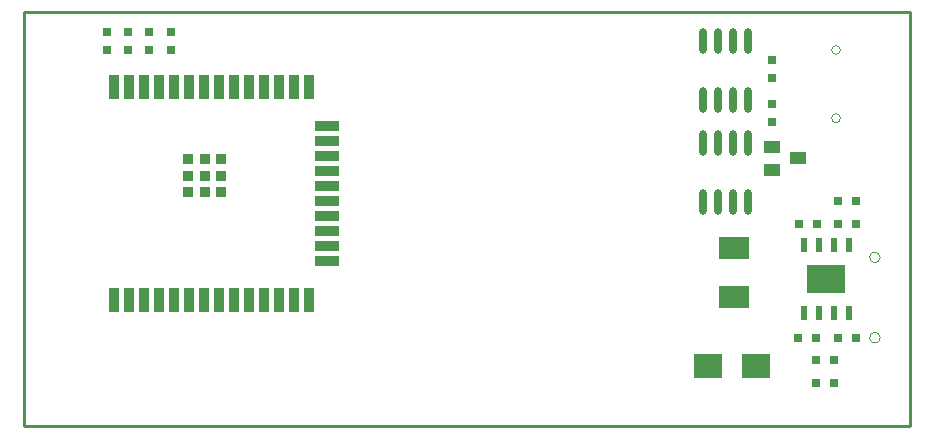
<source format=gbp>
G04*
G04 #@! TF.GenerationSoftware,Altium Limited,Altium Designer,20.0.13 (296)*
G04*
G04 Layer_Color=128*
%FSLAX24Y24*%
%MOIN*%
G70*
G01*
G75*
%ADD11C,0.0100*%
%ADD15C,0.0002*%
%ADD16R,0.0315X0.0299*%
%ADD18R,0.0299X0.0315*%
%ADD26O,0.0236X0.0866*%
%ADD28R,0.0551X0.0394*%
%ADD69R,0.0354X0.0354*%
%ADD70R,0.0374X0.0827*%
%ADD71R,0.0827X0.0374*%
%ADD72R,0.0984X0.0748*%
%ADD73R,0.1299X0.0945*%
%ADD74R,0.0236X0.0472*%
%ADD75R,0.0945X0.0787*%
D11*
X47331Y43678D02*
X47350D01*
X47331D02*
X47331Y29922D01*
X47350Y29900D01*
X17800Y43700D02*
X47328D01*
X17800D02*
X17800Y29900D01*
X47350D01*
D15*
X46348Y35523D02*
G03*
X46348Y35523I-177J0D01*
G01*
Y32846D02*
G03*
X46348Y32846I-177J0D01*
G01*
X45024Y42438D02*
G03*
X45024Y42438I-148J0D01*
G01*
Y40162D02*
G03*
X45024Y40162I-148J0D01*
G01*
D16*
X20561Y43049D02*
D03*
Y42451D02*
D03*
X21274Y43049D02*
D03*
Y42451D02*
D03*
X21987Y42451D02*
D03*
Y43049D02*
D03*
X22700Y43049D02*
D03*
Y42451D02*
D03*
X42750Y41500D02*
D03*
Y42098D02*
D03*
Y40648D02*
D03*
Y40050D02*
D03*
D18*
X43640Y36650D02*
D03*
X44238D02*
D03*
X45550D02*
D03*
X44952D02*
D03*
X45550Y37400D02*
D03*
X44952D02*
D03*
X43602Y32850D02*
D03*
X44200D02*
D03*
X44952D02*
D03*
X45550D02*
D03*
X44800Y32100D02*
D03*
X44202D02*
D03*
X44799Y31350D02*
D03*
X44201D02*
D03*
D26*
X40450Y42750D02*
D03*
X40950D02*
D03*
X41450D02*
D03*
X41950D02*
D03*
Y40781D02*
D03*
X41450D02*
D03*
X40950D02*
D03*
X40450D02*
D03*
Y39350D02*
D03*
X40950D02*
D03*
X41450D02*
D03*
X41950D02*
D03*
Y37381D02*
D03*
X41450D02*
D03*
X40950D02*
D03*
X40450D02*
D03*
D28*
X43616Y38826D02*
D03*
X42750Y39200D02*
D03*
Y38452D02*
D03*
D69*
X24381Y37689D02*
D03*
Y38241D02*
D03*
Y38792D02*
D03*
X23279D02*
D03*
Y38241D02*
D03*
Y37689D02*
D03*
X23830D02*
D03*
Y38792D02*
D03*
Y38241D02*
D03*
D70*
X20806Y34107D02*
D03*
X21306D02*
D03*
X21806D02*
D03*
X22306D02*
D03*
X22806D02*
D03*
X23306D02*
D03*
X23806D02*
D03*
X24306D02*
D03*
X24806D02*
D03*
X25306D02*
D03*
X25806D02*
D03*
X26306D02*
D03*
X26806D02*
D03*
X27306D02*
D03*
Y41193D02*
D03*
X26806D02*
D03*
X26306D02*
D03*
X25806D02*
D03*
X25306D02*
D03*
X24806D02*
D03*
X24306D02*
D03*
X23806D02*
D03*
X23306D02*
D03*
X22806D02*
D03*
X22306D02*
D03*
X21806D02*
D03*
X21306D02*
D03*
X20806D02*
D03*
D71*
X27894Y35400D02*
D03*
Y35900D02*
D03*
Y36400D02*
D03*
Y36900D02*
D03*
Y37400D02*
D03*
Y37900D02*
D03*
Y38400D02*
D03*
Y38900D02*
D03*
Y39400D02*
D03*
Y39900D02*
D03*
D72*
X41481Y35823D02*
D03*
Y34209D02*
D03*
D73*
X44550Y34800D02*
D03*
D74*
X43800Y33655D02*
D03*
X44300D02*
D03*
X44800D02*
D03*
X45300D02*
D03*
Y35945D02*
D03*
X44800D02*
D03*
X44300D02*
D03*
X43800D02*
D03*
D75*
X40625Y31900D02*
D03*
X42200D02*
D03*
M02*

</source>
